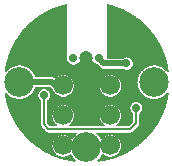
<source format=gbl>
%FSLAX33Y33*%
%MOMM*%
%ADD10C,0.0508*%
%ADD11C,0.5*%
%ADD12C,0.4*%
%ADD13C,0.2032*%
%ADD14C,0.7*%
%ADD15C,1.7*%
%ADD16C,1.2*%
%ADD17C,2.5*%
%ADD18C,2.5*%
%ADD19C,2.5*%
D10*
%LNpour fill*%
G01*
X1222Y-6336D02*
X1222Y-6336D01*
X1464Y-6292*
X1704Y-6241*
X1942Y-6181*
X2178Y-6114*
X2409Y-6040*
X2823Y-5882*
X3224Y-5698*
X3612Y-5488*
X3985Y-5253*
X4343Y-4994*
X4682Y-4712*
X5003Y-4408*
X5302Y-4084*
X5580Y-3742*
X5835Y-3381*
X6066Y-3005*
X6271Y-2614*
X6450Y-2211*
X6603Y-1797*
X6728Y-1373*
X6825Y-0943*
X6870Y-0653*
X6838Y-0637*
X6622Y-0853*
X6619Y-0855*
X6342Y-1030*
X6339Y-1031*
X6030Y-1139*
X6027Y-1140*
X5701Y-1176*
X5699Y-1176*
X5373Y-1140*
X5370Y-1139*
X5061Y-1031*
X5058Y-1030*
X4781Y-0855*
X4778Y-0853*
X4547Y-0622*
X4545Y-0619*
X4370Y-0342*
X4369Y-0339*
X4261Y-0030*
X4260Y-0027*
X4224Y0299*
X4224Y0301*
X4260Y0627*
X4261Y0630*
X4369Y0939*
X4370Y0942*
X4545Y1219*
X4547Y1222*
X4778Y1453*
X4781Y1455*
X5058Y1630*
X5061Y1631*
X5370Y1739*
X5373Y1740*
X5699Y1776*
X5701Y1776*
X6027Y1740*
X6030Y1739*
X6339Y1631*
X6342Y1630*
X6619Y1455*
X6622Y1453*
X6848Y1227*
X6880Y1243*
X6803Y1689*
X6699Y2117*
X6567Y2539*
X6407Y2950*
X6222Y3350*
X6010Y3738*
X5773Y4110*
X5512Y4466*
X5229Y4804*
X4924Y5123*
X4598Y5422*
X4254Y5698*
X3892Y5951*
X3515Y6180*
X3123Y6383*
X2719Y6561*
X2304Y6711*
X1881Y6834*
X1776Y6857*
X1776Y2351*
X3076Y2351*
X3194Y2413*
X3197Y2414*
X3329Y2447*
X3332Y2447*
X3468Y2447*
X3471Y2447*
X3603Y2414*
X3606Y2413*
X3726Y2350*
X3729Y2348*
X3830Y2258*
X3832Y2256*
X3910Y2144*
X3911Y2142*
X3959Y2014*
X3960Y2011*
X3976Y1877*
X3976Y1873*
X3960Y1739*
X3959Y1736*
X3911Y1608*
X3910Y1606*
X3832Y1494*
X3830Y1492*
X3729Y1402*
X3726Y1400*
X3606Y1337*
X3603Y1336*
X3471Y1303*
X3468Y1303*
X3332Y1303*
X3329Y1303*
X3197Y1336*
X3194Y1337*
X3076Y1399*
X1424Y1399*
X1423Y1399*
X1394Y1402*
X1363Y1403*
X1361Y1403*
X1347Y1406*
X1333Y1408*
X1331Y1408*
X1302Y1417*
X1272Y1424*
X1270Y1425*
X1257Y1430*
X1244Y1434*
X1242Y1435*
X1215Y1450*
X1187Y1462*
X1185Y1463*
X1174Y1472*
X1161Y1478*
X1159Y1480*
X1136Y1499*
X1111Y1517*
X1109Y1518*
X1100Y1528*
X1089Y1537*
X1087Y1539*
X1068Y1562*
X1048Y1584*
X1047Y1585*
X0916Y1756*
X0897Y1761*
X0894Y1762*
X0774Y1825*
X0771Y1827*
X0709Y1882*
X0620Y1753*
X0618Y1751*
X0471Y1621*
X0468Y1619*
X0294Y1528*
X0292Y1527*
X0094Y1478*
X0075Y1493*
X0075Y1729*
X-0075Y1729*
X-0075Y1493*
X-0094Y1478*
X-0292Y1527*
X-0294Y1528*
X-0468Y1619*
X-0471Y1621*
X-0618Y1751*
X-0620Y1753*
X-0709Y1882*
X-0771Y1827*
X-0774Y1825*
X-0894Y1762*
X-0897Y1761*
X-1029Y1728*
X-1032Y1728*
X-1168Y1728*
X-1171Y1728*
X-1303Y1761*
X-1306Y1762*
X-1426Y1825*
X-1429Y1827*
X-1530Y1917*
X-1532Y1919*
X-1610Y2031*
X-1611Y2033*
X-1617Y2049*
X-1671Y2083*
X-1673Y2085*
X-1715Y2127*
X-1717Y2129*
X-1748Y2179*
X-1750Y2181*
X-1769Y2237*
X-1770Y2240*
X-1776Y2298*
X-1776Y2299*
X-1776Y6857*
X-1881Y6834*
X-2304Y6711*
X-2719Y6561*
X-3123Y6383*
X-3515Y6180*
X-3892Y5951*
X-4254Y5698*
X-4598Y5422*
X-4924Y5123*
X-5229Y4804*
X-5512Y4466*
X-5773Y4110*
X-6010Y3738*
X-6222Y3350*
X-6407Y2950*
X-6567Y2539*
X-6699Y2117*
X-6803Y1689*
X-6880Y1243*
X-6848Y1227*
X-6622Y1453*
X-6619Y1455*
X-6342Y1630*
X-6339Y1631*
X-6030Y1739*
X-6027Y1740*
X-5701Y1776*
X-5699Y1776*
X-5373Y1740*
X-5370Y1739*
X-5061Y1631*
X-5058Y1630*
X-4781Y1455*
X-4778Y1453*
X-4547Y1222*
X-4545Y1219*
X-4370Y0942*
X-4369Y0939*
X-4312Y0776*
X-2899Y0776*
X-2898Y0776*
X-2808Y0767*
X-2806Y0767*
X-2719Y0741*
X-2717Y0740*
X-2661Y0710*
X-2556Y0803*
X-2553Y0804*
X-2348Y0912*
X-2345Y0913*
X-2119Y0969*
X-2116Y0969*
X-1884Y0969*
X-1881Y0969*
X-1655Y0913*
X-1652Y0912*
X-1447Y0804*
X-1444Y0803*
X-1270Y0649*
X-1268Y0646*
X-1136Y0455*
X-1135Y0452*
X-1052Y0235*
X-1052Y0232*
X-1024Y0002*
X-1024Y-0002*
X-1052Y-0232*
X-1052Y-0235*
X-1135Y-0452*
X-1136Y-0455*
X-1268Y-0646*
X-1270Y-0649*
X-1444Y-0803*
X-1447Y-0804*
X-1652Y-0912*
X-1655Y-0913*
X-1881Y-0969*
X-1884Y-0969*
X-2116Y-0969*
X-2119Y-0969*
X-2345Y-0913*
X-2348Y-0912*
X-2553Y-0804*
X-2556Y-0803*
X-2730Y-0649*
X-2732Y-0646*
X-2864Y-0455*
X-2865Y-0452*
X-2896Y-0370*
X-2936Y-0338*
X-2936Y-0337*
X-3097Y-0176*
X-4312Y-0176*
X-4369Y-0339*
X-4370Y-0342*
X-4545Y-0619*
X-4547Y-0622*
X-4778Y-0853*
X-4781Y-0855*
X-5058Y-1030*
X-5061Y-1031*
X-5370Y-1139*
X-5373Y-1140*
X-5699Y-1176*
X-5701Y-1176*
X-6027Y-1140*
X-6030Y-1139*
X-6339Y-1031*
X-6342Y-1030*
X-6619Y-0855*
X-6622Y-0853*
X-6838Y-0637*
X-6870Y-0653*
X-6825Y-0943*
X-6728Y-1373*
X-6603Y-1797*
X-6450Y-2211*
X-6271Y-2614*
X-6066Y-3005*
X-5835Y-3381*
X-5580Y-3742*
X-5302Y-4084*
X-5003Y-4408*
X-4682Y-4712*
X-4343Y-4994*
X-3985Y-5253*
X-3612Y-5488*
X-3224Y-5698*
X-2823Y-5882*
X-2409Y-6040*
X-2178Y-6114*
X-1942Y-6181*
X-1704Y-6241*
X-1464Y-6292*
X-1222Y-6336*
X-0993Y-6370*
X-0977Y-6339*
X-1153Y-6162*
X-1155Y-6159*
X-1330Y-5882*
X-1331Y-5879*
X-1357Y-5805*
X-1444Y-5883*
X-1447Y-5884*
X-1652Y-5992*
X-1655Y-5993*
X-1881Y-6049*
X-1884Y-6049*
X-2116Y-6049*
X-2119Y-6049*
X-2345Y-5993*
X-2348Y-5992*
X-2553Y-5884*
X-2556Y-5883*
X-2730Y-5729*
X-2732Y-5726*
X-2864Y-5535*
X-2865Y-5532*
X-2948Y-5315*
X-2948Y-5312*
X-2976Y-5082*
X-2976Y-5078*
X-2948Y-4848*
X-2948Y-4845*
X-2865Y-4628*
X-2864Y-4625*
X-2732Y-4434*
X-2730Y-4431*
X-2556Y-4277*
X-2553Y-4276*
X-2348Y-4168*
X-2345Y-4167*
X-2119Y-4111*
X-2116Y-4111*
X-1884Y-4111*
X-1881Y-4111*
X-1655Y-4167*
X-1652Y-4168*
X-1447Y-4276*
X-1444Y-4277*
X-1270Y-4431*
X-1268Y-4434*
X-1246Y-4465*
X-1155Y-4321*
X-1153Y-4318*
X-0922Y-4087*
X-0919Y-4085*
X-0886Y-4064*
X-0896Y-4028*
X-3201Y-4028*
X-3202Y-4028*
X-3263Y-4022*
X-3265Y-4021*
X-3324Y-4004*
X-3327Y-4003*
X-3381Y-3973*
X-3383Y-3972*
X-3431Y-3933*
X-3431Y-3932*
X-3832Y-3531*
X-3833Y-3531*
X-3872Y-3483*
X-3873Y-3481*
X-3903Y-3427*
X-3904Y-3424*
X-3921Y-3365*
X-3922Y-3363*
X-3928Y-3302*
X-3928Y-3301*
X-3928Y-1274*
X-4030Y-1183*
X-4032Y-1181*
X-4110Y-1069*
X-4111Y-1067*
X-4159Y-0939*
X-4160Y-0936*
X-4176Y-0802*
X-4176Y-0798*
X-4160Y-0664*
X-4159Y-0661*
X-4111Y-0533*
X-4110Y-0531*
X-4032Y-0419*
X-4030Y-0417*
X-3929Y-0327*
X-3926Y-0325*
X-3806Y-0262*
X-3803Y-0261*
X-3671Y-0228*
X-3668Y-0228*
X-3532Y-0228*
X-3529Y-0228*
X-3397Y-0261*
X-3394Y-0262*
X-3274Y-0325*
X-3271Y-0327*
X-3170Y-0417*
X-3168Y-0419*
X-3090Y-0531*
X-3089Y-0533*
X-3041Y-0661*
X-3040Y-0664*
X-3024Y-0798*
X-3024Y-0802*
X-3040Y-0936*
X-3041Y-0939*
X-3089Y-1067*
X-3090Y-1069*
X-3168Y-1181*
X-3170Y-1183*
X-3272Y-1274*
X-3272Y-3164*
X-3064Y-3372*
X-2571Y-3372*
X-2559Y-3340*
X-2730Y-3189*
X-2732Y-3186*
X-2864Y-2995*
X-2865Y-2992*
X-2948Y-2775*
X-2948Y-2772*
X-2976Y-2542*
X-2976Y-2538*
X-2948Y-2308*
X-2948Y-2305*
X-2865Y-2088*
X-2864Y-2085*
X-2732Y-1894*
X-2730Y-1891*
X-2556Y-1737*
X-2553Y-1736*
X-2348Y-1628*
X-2345Y-1627*
X-2119Y-1571*
X-2116Y-1571*
X-1884Y-1571*
X-1881Y-1571*
X-1655Y-1627*
X-1652Y-1628*
X-1447Y-1736*
X-1444Y-1737*
X-1270Y-1891*
X-1268Y-1894*
X-1136Y-2085*
X-1135Y-2088*
X-1052Y-2305*
X-1052Y-2308*
X-1024Y-2538*
X-1024Y-2542*
X-1052Y-2772*
X-1052Y-2775*
X-1135Y-2992*
X-1136Y-2995*
X-1268Y-3186*
X-1270Y-3189*
X-1441Y-3340*
X-1429Y-3372*
X1429Y-3372*
X1441Y-3340*
X1270Y-3189*
X1268Y-3186*
X1136Y-2995*
X1135Y-2992*
X1052Y-2775*
X1052Y-2772*
X1024Y-2542*
X1024Y-2538*
X1052Y-2308*
X1052Y-2305*
X1135Y-2088*
X1136Y-2085*
X1268Y-1894*
X1270Y-1891*
X1444Y-1737*
X1447Y-1736*
X1652Y-1628*
X1655Y-1627*
X1881Y-1571*
X1884Y-1571*
X2116Y-1571*
X2119Y-1571*
X2345Y-1627*
X2348Y-1628*
X2553Y-1736*
X2556Y-1737*
X2730Y-1891*
X2732Y-1894*
X2864Y-2085*
X2865Y-2088*
X2948Y-2305*
X2948Y-2308*
X2976Y-2538*
X2976Y-2542*
X2948Y-2772*
X2948Y-2775*
X2865Y-2992*
X2864Y-2995*
X2732Y-3186*
X2730Y-3189*
X2559Y-3340*
X2571Y-3372*
X3564Y-3372*
X3872Y-3064*
X3872Y-2374*
X3770Y-2283*
X3768Y-2281*
X3690Y-2169*
X3689Y-2167*
X3641Y-2039*
X3640Y-2036*
X3624Y-1902*
X3624Y-1898*
X3640Y-1764*
X3641Y-1761*
X3689Y-1633*
X3690Y-1631*
X3768Y-1519*
X3770Y-1517*
X3871Y-1427*
X3874Y-1425*
X3994Y-1362*
X3997Y-1361*
X4129Y-1328*
X4132Y-1328*
X4268Y-1328*
X4271Y-1328*
X4403Y-1361*
X4406Y-1362*
X4526Y-1425*
X4529Y-1427*
X4630Y-1517*
X4632Y-1519*
X4710Y-1631*
X4711Y-1633*
X4759Y-1761*
X4760Y-1764*
X4776Y-1898*
X4776Y-1902*
X4760Y-2036*
X4759Y-2039*
X4711Y-2167*
X4710Y-2169*
X4632Y-2281*
X4630Y-2283*
X4528Y-2374*
X4528Y-3201*
X4528Y-3202*
X4522Y-3263*
X4521Y-3265*
X4504Y-3324*
X4503Y-3327*
X4473Y-3381*
X4472Y-3383*
X4433Y-3431*
X4432Y-3431*
X3931Y-3932*
X3931Y-3933*
X3883Y-3972*
X3881Y-3973*
X3827Y-4003*
X3824Y-4004*
X3765Y-4021*
X3763Y-4022*
X3702Y-4028*
X3701Y-4028*
X0896Y-4028*
X0886Y-4064*
X0919Y-4085*
X0922Y-4087*
X1153Y-4318*
X1155Y-4321*
X1246Y-4465*
X1268Y-4434*
X1270Y-4431*
X1444Y-4277*
X1447Y-4276*
X1652Y-4168*
X1655Y-4167*
X1881Y-4111*
X1884Y-4111*
X2116Y-4111*
X2119Y-4111*
X2345Y-4167*
X2348Y-4168*
X2553Y-4276*
X2556Y-4277*
X2730Y-4431*
X2732Y-4434*
X2864Y-4625*
X2865Y-4628*
X2948Y-4845*
X2948Y-4848*
X2976Y-5078*
X2976Y-5082*
X2948Y-5312*
X2948Y-5315*
X2865Y-5532*
X2864Y-5535*
X2732Y-5726*
X2730Y-5729*
X2556Y-5883*
X2553Y-5884*
X2348Y-5992*
X2345Y-5993*
X2119Y-6049*
X2116Y-6049*
X1884Y-6049*
X1881Y-6049*
X1655Y-5993*
X1652Y-5992*
X1447Y-5884*
X1444Y-5883*
X1357Y-5805*
X1331Y-5879*
X1330Y-5882*
X1155Y-6159*
X1153Y-6162*
X0977Y-6339*
X0993Y-6370*
X1222Y-6336*
X2115Y-0944D02*
X1885Y-0944D01*
X1663Y-0889*
X1460Y-0783*
X1288Y-0631*
X1158Y-0442*
X1077Y-0228*
X1049Y0*
X1077Y0228*
X1158Y0442*
X1288Y0631*
X1460Y0783*
X1663Y0889*
X1885Y0944*
X2115Y0944*
X2337Y0889*
X2540Y0783*
X2712Y0631*
X2842Y0442*
X2923Y0228*
X2951Y0*
X2923Y-0228*
X2842Y-0442*
X2712Y-0631*
X2540Y-0783*
X2337Y-0889*
X2115Y-0944*
X-1297Y-6349D02*
X-0953Y-6349D01*
X0953Y-6349D02*
X1297Y-6349D01*
X-1554Y-6299D02*
X-0980Y-6299D01*
X0980Y-6299D02*
X1554Y-6299D01*
X-1773Y-6249D02*
X-1030Y-6249D01*
X1030Y-6249D02*
X1773Y-6249D01*
X-1969Y-6200D02*
X-1079Y-6200D01*
X1079Y-6200D02*
X1969Y-6200D01*
X-2143Y-6150D02*
X-1129Y-6150D01*
X1129Y-6150D02*
X2143Y-6150D01*
X-2302Y-6101D02*
X-1162Y-6101D01*
X1162Y-6101D02*
X2302Y-6101D01*
X-2450Y-6051D02*
X-1193Y-6051D01*
X1193Y-6051D02*
X2450Y-6051D01*
X-2580Y-6002D02*
X-2205Y-6002D01*
X-1795Y-6002D02*
X-1224Y-6002D01*
X1224Y-6002D02*
X1795Y-6002D01*
X2205Y-6002D02*
X2580Y-6002D01*
X-2710Y-5952D02*
X-2369Y-5952D01*
X-1631Y-5952D02*
X-1255Y-5952D01*
X1255Y-5952D02*
X1631Y-5952D01*
X2369Y-5952D02*
X2710Y-5952D01*
X-2838Y-5903D02*
X-2464Y-5903D01*
X-1536Y-5903D02*
X-1286Y-5903D01*
X1286Y-5903D02*
X1536Y-5903D01*
X2464Y-5903D02*
X2838Y-5903D01*
X-2946Y-5853D02*
X-2551Y-5853D01*
X-1449Y-5853D02*
X-1313Y-5853D01*
X1313Y-5853D02*
X1449Y-5853D01*
X2551Y-5853D02*
X2946Y-5853D01*
X-3054Y-5804D02*
X-2607Y-5804D01*
X-1393Y-5804D02*
X-1330Y-5804D01*
X1330Y-5804D02*
X1393Y-5804D01*
X2607Y-5804D02*
X3054Y-5804D01*
X-3162Y-5754D02*
X-2663Y-5754D01*
X2663Y-5754D02*
X3162Y-5754D01*
X-3265Y-5705D02*
X-2716Y-5705D01*
X2716Y-5705D02*
X3265Y-5705D01*
X-3356Y-5655D02*
X-2750Y-5655D01*
X2750Y-5655D02*
X3356Y-5655D01*
X-3448Y-5606D02*
X-2784Y-5606D01*
X2784Y-5606D02*
X3448Y-5606D01*
X-3539Y-5556D02*
X-2819Y-5556D01*
X2819Y-5556D02*
X3539Y-5556D01*
X-3630Y-5507D02*
X-2848Y-5507D01*
X2848Y-5507D02*
X3630Y-5507D01*
X-3709Y-5457D02*
X-2867Y-5457D01*
X2867Y-5457D02*
X3709Y-5457D01*
X-3787Y-5407D02*
X-2885Y-5407D01*
X2885Y-5407D02*
X3787Y-5407D01*
X-3866Y-5358D02*
X-2904Y-5358D01*
X2904Y-5358D02*
X3866Y-5358D01*
X-3945Y-5308D02*
X-2923Y-5308D01*
X2923Y-5308D02*
X3945Y-5308D01*
X-4020Y-5259D02*
X-2929Y-5259D01*
X2929Y-5259D02*
X4020Y-5259D01*
X-4089Y-5209D02*
X-2935Y-5209D01*
X2935Y-5209D02*
X4089Y-5209D01*
X-4157Y-5160D02*
X-2941Y-5160D01*
X2941Y-5160D02*
X4157Y-5160D01*
X-4225Y-5110D02*
X-2947Y-5110D01*
X2947Y-5110D02*
X4225Y-5110D01*
X-4294Y-5061D02*
X-2949Y-5061D01*
X2949Y-5061D02*
X4294Y-5061D01*
X-4362Y-5011D02*
X-2943Y-5011D01*
X2943Y-5011D02*
X4362Y-5011D01*
X-4421Y-4962D02*
X-2937Y-4962D01*
X2937Y-4962D02*
X4421Y-4962D01*
X-4481Y-4912D02*
X-2931Y-4912D01*
X2931Y-4912D02*
X4481Y-4912D01*
X-4541Y-4863D02*
X-2925Y-4863D01*
X2925Y-4863D02*
X4541Y-4863D01*
X-4600Y-4813D02*
X-2908Y-4813D01*
X2908Y-4813D02*
X4600Y-4813D01*
X-4660Y-4764D02*
X-2890Y-4764D01*
X2890Y-4764D02*
X4660Y-4764D01*
X-4717Y-4714D02*
X-2871Y-4714D01*
X2871Y-4714D02*
X4717Y-4714D01*
X-4769Y-4665D02*
X-2852Y-4665D01*
X2852Y-4665D02*
X4769Y-4665D01*
X-4822Y-4615D02*
X-2826Y-4615D01*
X2826Y-4615D02*
X4822Y-4615D01*
X-4874Y-4565D02*
X-2792Y-4565D01*
X2792Y-4565D02*
X4874Y-4565D01*
X-4926Y-4516D02*
X-2758Y-4516D01*
X2758Y-4516D02*
X4926Y-4516D01*
X-4978Y-4466D02*
X-2724Y-4466D01*
X-1276Y-4466D02*
X-1217Y-4466D01*
X1217Y-4466D02*
X1276Y-4466D01*
X2724Y-4466D02*
X4978Y-4466D01*
X-5029Y-4417D02*
X-2675Y-4417D01*
X-1325Y-4417D02*
X-1186Y-4417D01*
X1186Y-4417D02*
X1325Y-4417D01*
X2675Y-4417D02*
X5029Y-4417D01*
X-5075Y-4367D02*
X-2619Y-4367D01*
X-1381Y-4367D02*
X-1155Y-4367D01*
X1155Y-4367D02*
X1381Y-4367D01*
X2619Y-4367D02*
X5075Y-4367D01*
X-5121Y-4318D02*
X-2563Y-4318D01*
X-1437Y-4318D02*
X-1117Y-4318D01*
X1117Y-4318D02*
X1437Y-4318D01*
X2563Y-4318D02*
X5121Y-4318D01*
X-5167Y-4268D02*
X-2485Y-4268D01*
X-1515Y-4268D02*
X-1067Y-4268D01*
X1067Y-4268D02*
X1515Y-4268D01*
X2485Y-4268D02*
X5167Y-4268D01*
X-5213Y-4219D02*
X-2391Y-4219D01*
X-1609Y-4219D02*
X-1018Y-4219D01*
X1018Y-4219D02*
X1609Y-4219D01*
X2391Y-4219D02*
X5213Y-4219D01*
X-5259Y-4169D02*
X-2250Y-4169D01*
X-1750Y-4169D02*
X-0968Y-4169D01*
X0968Y-4169D02*
X1750Y-4169D01*
X2250Y-4169D02*
X5259Y-4169D01*
X-5304Y-4120D02*
X-0919Y-4120D01*
X0919Y-4120D02*
X5304Y-4120D01*
X-5347Y-4070D02*
X-0857Y-4070D01*
X0857Y-4070D02*
X5347Y-4070D01*
X-5387Y-4021D02*
X-0872Y-4021D01*
X0872Y-4021D02*
X5387Y-4021D01*
X-5427Y-3971D02*
X-3332Y-3971D01*
X3832Y-3971D02*
X5427Y-3971D01*
X-5467Y-3922D02*
X-3405Y-3922D01*
X3905Y-3922D02*
X5467Y-3922D01*
X-5507Y-3872D02*
X-3456Y-3872D01*
X3956Y-3872D02*
X5507Y-3872D01*
X-5547Y-3823D02*
X-3505Y-3823D01*
X4005Y-3823D02*
X5547Y-3823D01*
X-5587Y-3773D02*
X-3555Y-3773D01*
X4055Y-3773D02*
X5587Y-3773D01*
X-5624Y-3723D02*
X-3604Y-3723D01*
X4104Y-3723D02*
X5624Y-3723D01*
X-5659Y-3674D02*
X-3654Y-3674D01*
X4154Y-3674D02*
X5659Y-3674D01*
X-5694Y-3624D02*
X-3704Y-3624D01*
X4204Y-3624D02*
X5694Y-3624D01*
X-5729Y-3575D02*
X-3753Y-3575D01*
X4253Y-3575D02*
X5729Y-3575D01*
X-5764Y-3525D02*
X-3803Y-3525D01*
X4303Y-3525D02*
X5764Y-3525D01*
X-5799Y-3476D02*
X-3845Y-3476D01*
X4352Y-3476D02*
X5799Y-3476D01*
X-5834Y-3426D02*
X-3874Y-3426D01*
X4402Y-3426D02*
X5834Y-3426D01*
X-5868Y-3377D02*
X-3891Y-3377D01*
X-3095Y-3377D02*
X-2545Y-3377D01*
X-1455Y-3377D02*
X1455Y-3377D01*
X2545Y-3377D02*
X3595Y-3377D01*
X4445Y-3377D02*
X5868Y-3377D01*
X-5898Y-3327D02*
X-3900Y-3327D01*
X-3145Y-3327D02*
X-2535Y-3327D01*
X-1465Y-3327D02*
X1465Y-3327D01*
X2535Y-3327D02*
X3645Y-3327D01*
X4473Y-3327D02*
X5898Y-3327D01*
X-5928Y-3278D02*
X-3903Y-3278D01*
X-3194Y-3278D02*
X-2591Y-3278D01*
X-1409Y-3278D02*
X1409Y-3278D01*
X2591Y-3278D02*
X3694Y-3278D01*
X4491Y-3278D02*
X5928Y-3278D01*
X-5959Y-3228D02*
X-3903Y-3228D01*
X-3244Y-3228D02*
X-2647Y-3228D01*
X-1353Y-3228D02*
X1353Y-3228D01*
X2647Y-3228D02*
X3744Y-3228D01*
X4500Y-3228D02*
X5959Y-3228D01*
X-5989Y-3179D02*
X-3903Y-3179D01*
X-3293Y-3179D02*
X-2703Y-3179D01*
X-1297Y-3179D02*
X1297Y-3179D01*
X2703Y-3179D02*
X3793Y-3179D01*
X4503Y-3179D02*
X5989Y-3179D01*
X-6019Y-3129D02*
X-3903Y-3129D01*
X-3297Y-3129D02*
X-2740Y-3129D01*
X-1260Y-3129D02*
X1260Y-3129D01*
X2740Y-3129D02*
X3843Y-3129D01*
X4503Y-3129D02*
X6019Y-3129D01*
X-6050Y-3080D02*
X-3903Y-3080D01*
X-3297Y-3080D02*
X-2775Y-3080D01*
X-1225Y-3080D02*
X1225Y-3080D01*
X2775Y-3080D02*
X3892Y-3080D01*
X4503Y-3080D02*
X6050Y-3080D01*
X-6080Y-3030D02*
X-3903Y-3030D01*
X-3297Y-3030D02*
X-2809Y-3030D01*
X-1191Y-3030D02*
X1191Y-3030D01*
X2809Y-3030D02*
X3897Y-3030D01*
X4503Y-3030D02*
X6080Y-3030D01*
X-6107Y-2981D02*
X-3903Y-2981D01*
X-3297Y-2981D02*
X-2843Y-2981D01*
X-1157Y-2981D02*
X1157Y-2981D01*
X2843Y-2981D02*
X3897Y-2981D01*
X4503Y-2981D02*
X6107Y-2981D01*
X-6133Y-2931D02*
X-3903Y-2931D01*
X-3297Y-2931D02*
X-2861Y-2931D01*
X-1139Y-2931D02*
X1139Y-2931D01*
X2861Y-2931D02*
X3897Y-2931D01*
X4503Y-2931D02*
X6133Y-2931D01*
X-6159Y-2881D02*
X-3903Y-2881D01*
X-3297Y-2881D02*
X-2880Y-2881D01*
X-1120Y-2881D02*
X1120Y-2881D01*
X2880Y-2881D02*
X3897Y-2881D01*
X4503Y-2881D02*
X6159Y-2881D01*
X-6185Y-2832D02*
X-3903Y-2832D01*
X-3297Y-2832D02*
X-2899Y-2832D01*
X-1101Y-2832D02*
X1101Y-2832D01*
X2899Y-2832D02*
X3897Y-2832D01*
X4503Y-2832D02*
X6185Y-2832D01*
X-6211Y-2782D02*
X-3903Y-2782D01*
X-3297Y-2782D02*
X-2918Y-2782D01*
X-1082Y-2782D02*
X1082Y-2782D01*
X2918Y-2782D02*
X3897Y-2782D01*
X4503Y-2782D02*
X6211Y-2782D01*
X-6237Y-2733D02*
X-3903Y-2733D01*
X-3297Y-2733D02*
X-2928Y-2733D01*
X-1072Y-2733D02*
X1072Y-2733D01*
X2928Y-2733D02*
X3897Y-2733D01*
X4503Y-2733D02*
X6237Y-2733D01*
X-6263Y-2683D02*
X-3903Y-2683D01*
X-3297Y-2683D02*
X-2934Y-2683D01*
X-1066Y-2683D02*
X1066Y-2683D01*
X2934Y-2683D02*
X3897Y-2683D01*
X4503Y-2683D02*
X6263Y-2683D01*
X-6289Y-2634D02*
X-3903Y-2634D01*
X-3297Y-2634D02*
X-2940Y-2634D01*
X-1060Y-2634D02*
X1060Y-2634D01*
X2940Y-2634D02*
X3897Y-2634D01*
X4503Y-2634D02*
X6289Y-2634D01*
X-6312Y-2584D02*
X-3903Y-2584D01*
X-3297Y-2584D02*
X-2946Y-2584D01*
X-1054Y-2584D02*
X1054Y-2584D01*
X2946Y-2584D02*
X3897Y-2584D01*
X4503Y-2584D02*
X6312Y-2584D01*
X-6334Y-2535D02*
X-3903Y-2535D01*
X-3297Y-2535D02*
X-2950Y-2535D01*
X-1050Y-2535D02*
X1050Y-2535D01*
X2950Y-2535D02*
X3897Y-2535D01*
X4503Y-2535D02*
X6334Y-2535D01*
X-6356Y-2485D02*
X-3903Y-2485D01*
X-3297Y-2485D02*
X-2944Y-2485D01*
X-1056Y-2485D02*
X1056Y-2485D01*
X2944Y-2485D02*
X3897Y-2485D01*
X4503Y-2485D02*
X6356Y-2485D01*
X-6378Y-2436D02*
X-3903Y-2436D01*
X-3297Y-2436D02*
X-2938Y-2436D01*
X-1062Y-2436D02*
X1062Y-2436D01*
X2938Y-2436D02*
X3897Y-2436D01*
X4503Y-2436D02*
X6378Y-2436D01*
X-6400Y-2386D02*
X-3903Y-2386D01*
X-3297Y-2386D02*
X-2932Y-2386D01*
X-1068Y-2386D02*
X1068Y-2386D01*
X2932Y-2386D02*
X3897Y-2386D01*
X4503Y-2386D02*
X6400Y-2386D01*
X-6422Y-2337D02*
X-3903Y-2337D01*
X-3297Y-2337D02*
X-2926Y-2337D01*
X-1074Y-2337D02*
X1074Y-2337D01*
X2926Y-2337D02*
X3868Y-2337D01*
X4532Y-2337D02*
X6422Y-2337D01*
X-6444Y-2287D02*
X-3903Y-2287D01*
X-3297Y-2287D02*
X-2914Y-2287D01*
X-1086Y-2287D02*
X1086Y-2287D01*
X2914Y-2287D02*
X3812Y-2287D01*
X4588Y-2287D02*
X6444Y-2287D01*
X-6466Y-2238D02*
X-3903Y-2238D01*
X-3297Y-2238D02*
X-2895Y-2238D01*
X-1105Y-2238D02*
X1105Y-2238D01*
X2895Y-2238D02*
X3768Y-2238D01*
X4632Y-2238D02*
X6466Y-2238D01*
X-6486Y-2188D02*
X-3903Y-2188D01*
X-3297Y-2188D02*
X-2876Y-2188D01*
X-1124Y-2188D02*
X1124Y-2188D01*
X2876Y-2188D02*
X3734Y-2188D01*
X4666Y-2188D02*
X6486Y-2188D01*
X-6504Y-2139D02*
X-3903Y-2139D01*
X-3297Y-2139D02*
X-2857Y-2139D01*
X-1143Y-2139D02*
X1143Y-2139D01*
X2857Y-2139D02*
X3705Y-2139D01*
X4695Y-2139D02*
X6504Y-2139D01*
X-6522Y-2089D02*
X-3903Y-2089D01*
X-3297Y-2089D02*
X-2836Y-2089D01*
X-1164Y-2089D02*
X1164Y-2089D01*
X2836Y-2089D02*
X3687Y-2089D01*
X4713Y-2089D02*
X6522Y-2089D01*
X-6540Y-2039D02*
X-3903Y-2039D01*
X-3297Y-2039D02*
X-2802Y-2039D01*
X-1198Y-2039D02*
X1198Y-2039D01*
X2802Y-2039D02*
X3668Y-2039D01*
X4732Y-2039D02*
X6540Y-2039D01*
X-6559Y-1990D02*
X-3903Y-1990D01*
X-3297Y-1990D02*
X-2767Y-1990D01*
X-1233Y-1990D02*
X1233Y-1990D01*
X2767Y-1990D02*
X3660Y-1990D01*
X4740Y-1990D02*
X6559Y-1990D01*
X-6577Y-1940D02*
X-3903Y-1940D01*
X-3297Y-1940D02*
X-2733Y-1940D01*
X-1267Y-1940D02*
X1267Y-1940D01*
X2733Y-1940D02*
X3654Y-1940D01*
X4746Y-1940D02*
X6577Y-1940D01*
X-6595Y-1891D02*
X-3903Y-1891D01*
X-3297Y-1891D02*
X-2691Y-1891D01*
X-1309Y-1891D02*
X1309Y-1891D01*
X2691Y-1891D02*
X3650Y-1891D01*
X4750Y-1891D02*
X6595Y-1891D01*
X-6613Y-1841D02*
X-3903Y-1841D01*
X-3297Y-1841D02*
X-2635Y-1841D01*
X-1365Y-1841D02*
X1365Y-1841D01*
X2635Y-1841D02*
X3656Y-1841D01*
X4744Y-1841D02*
X6613Y-1841D01*
X-6631Y-1792D02*
X-3903Y-1792D01*
X-3297Y-1792D02*
X-2579Y-1792D01*
X-1421Y-1792D02*
X1421Y-1792D01*
X2579Y-1792D02*
X3662Y-1792D01*
X4738Y-1792D02*
X6631Y-1792D01*
X-6645Y-1742D02*
X-3903Y-1742D01*
X-3297Y-1742D02*
X-2512Y-1742D01*
X-1488Y-1742D02*
X1488Y-1742D01*
X2512Y-1742D02*
X3675Y-1742D01*
X4725Y-1742D02*
X6645Y-1742D01*
X-6660Y-1693D02*
X-3903Y-1693D01*
X-3297Y-1693D02*
X-2417Y-1693D01*
X-1583Y-1693D02*
X1583Y-1693D01*
X2417Y-1693D02*
X3694Y-1693D01*
X4706Y-1693D02*
X6660Y-1693D01*
X-6675Y-1643D02*
X-3903Y-1643D01*
X-3297Y-1643D02*
X-2306Y-1643D01*
X-1694Y-1643D02*
X1694Y-1643D01*
X2306Y-1643D02*
X3713Y-1643D01*
X4687Y-1643D02*
X6675Y-1643D01*
X-6689Y-1594D02*
X-3903Y-1594D01*
X-3297Y-1594D02*
X3747Y-1594D01*
X4653Y-1594D02*
X6689Y-1594D01*
X-6704Y-1544D02*
X-3903Y-1544D01*
X-3297Y-1544D02*
X3781Y-1544D01*
X4619Y-1544D02*
X6704Y-1544D01*
X-6718Y-1495D02*
X-3903Y-1495D01*
X-3297Y-1495D02*
X3833Y-1495D01*
X4567Y-1495D02*
X6718Y-1495D01*
X-6733Y-1445D02*
X-3903Y-1445D01*
X-3297Y-1445D02*
X3890Y-1445D01*
X4510Y-1445D02*
X6733Y-1445D01*
X-6748Y-1396D02*
X-3903Y-1396D01*
X-3297Y-1396D02*
X3984Y-1396D01*
X4416Y-1396D02*
X6748Y-1396D01*
X-6760Y-1346D02*
X-3903Y-1346D01*
X-3297Y-1346D02*
X6760Y-1346D01*
X-6771Y-1296D02*
X-3903Y-1296D01*
X-3297Y-1296D02*
X6771Y-1296D01*
X-6782Y-1247D02*
X-3920Y-1247D01*
X-3280Y-1247D02*
X6782Y-1247D01*
X-6793Y-1197D02*
X-3976Y-1197D01*
X-3224Y-1197D02*
X6793Y-1197D01*
X-6805Y-1148D02*
X-5727Y-1148D01*
X-5673Y-1148D02*
X-4024Y-1148D01*
X-3176Y-1148D02*
X5673Y-1148D01*
X5727Y-1148D02*
X6805Y-1148D01*
X-6816Y-1098D02*
X-6069Y-1098D01*
X-5331Y-1098D02*
X-4059Y-1098D01*
X-3141Y-1098D02*
X5331Y-1098D01*
X6069Y-1098D02*
X6816Y-1098D01*
X-6827Y-1049D02*
X-6211Y-1049D01*
X-5189Y-1049D02*
X-4091Y-1049D01*
X-3109Y-1049D02*
X5189Y-1049D01*
X6211Y-1049D02*
X6827Y-1049D01*
X-6838Y-0999D02*
X-6342Y-0999D01*
X-5058Y-0999D02*
X-4109Y-0999D01*
X-3091Y-0999D02*
X5058Y-0999D01*
X6342Y-0999D02*
X6838Y-0999D01*
X-6849Y-0950D02*
X-6421Y-0950D01*
X-4979Y-0950D02*
X-4128Y-0950D01*
X-3072Y-0950D02*
X4979Y-0950D01*
X6421Y-0950D02*
X6849Y-0950D01*
X-6857Y-0900D02*
X-6500Y-0900D01*
X-4900Y-0900D02*
X-4139Y-0900D01*
X-3061Y-0900D02*
X-2292Y-0900D01*
X-1708Y-0900D02*
X1629Y-0900D01*
X2371Y-0900D02*
X4900Y-0900D01*
X6500Y-0900D02*
X6857Y-0900D01*
X-6865Y-0851D02*
X-6579Y-0851D01*
X-4821Y-0851D02*
X-4145Y-0851D01*
X-3055Y-0851D02*
X-2411Y-0851D01*
X-1589Y-0851D02*
X1535Y-0851D01*
X2465Y-0851D02*
X4821Y-0851D01*
X6579Y-0851D02*
X6865Y-0851D01*
X-6873Y-0801D02*
X-6638Y-0801D01*
X-4762Y-0801D02*
X-4151Y-0801D01*
X-3049Y-0801D02*
X-2505Y-0801D01*
X-1495Y-0801D02*
X1442Y-0801D01*
X2558Y-0801D02*
X4762Y-0801D01*
X6638Y-0801D02*
X6873Y-0801D01*
X-6880Y-0752D02*
X-6687Y-0752D01*
X-4713Y-0752D02*
X-4145Y-0752D01*
X-3055Y-0752D02*
X-2575Y-0752D01*
X-1425Y-0752D02*
X1386Y-0752D01*
X2614Y-0752D02*
X4713Y-0752D01*
X6687Y-0752D02*
X6880Y-0752D01*
X-6888Y-0702D02*
X-6737Y-0702D01*
X-4663Y-0702D02*
X-4139Y-0702D01*
X-3061Y-0702D02*
X-2631Y-0702D01*
X-1369Y-0702D02*
X1331Y-0702D01*
X2669Y-0702D02*
X4663Y-0702D01*
X6737Y-0702D02*
X6888Y-0702D01*
X-6896Y-0653D02*
X-6787Y-0653D01*
X-4613Y-0653D02*
X-4129Y-0653D01*
X-3071Y-0653D02*
X-2687Y-0653D01*
X-1313Y-0653D02*
X1275Y-0653D01*
X2725Y-0653D02*
X4613Y-0653D01*
X6787Y-0653D02*
X6896Y-0653D01*
X-4565Y-0603D02*
X-4110Y-0603D01*
X-3090Y-0603D02*
X-2731Y-0603D01*
X-1269Y-0603D02*
X1238Y-0603D01*
X2762Y-0603D02*
X4565Y-0603D01*
X-4533Y-0554D02*
X-4092Y-0554D01*
X-3108Y-0554D02*
X-2765Y-0554D01*
X-1235Y-0554D02*
X1204Y-0554D01*
X2796Y-0554D02*
X4533Y-0554D01*
X-4502Y-0504D02*
X-4060Y-0504D01*
X-3140Y-0504D02*
X-2799Y-0504D01*
X-1201Y-0504D02*
X1170Y-0504D01*
X2830Y-0504D02*
X4502Y-0504D01*
X-4471Y-0454D02*
X-4026Y-0454D01*
X-3174Y-0454D02*
X-2833Y-0454D01*
X-1167Y-0454D02*
X1136Y-0454D01*
X2864Y-0454D02*
X4471Y-0454D01*
X-4440Y-0405D02*
X-3979Y-0405D01*
X-3221Y-0405D02*
X-2856Y-0405D01*
X-1144Y-0405D02*
X1117Y-0405D01*
X2883Y-0405D02*
X4440Y-0405D01*
X-4409Y-0355D02*
X-3923Y-0355D01*
X-3277Y-0355D02*
X-2875Y-0355D01*
X-1125Y-0355D02*
X1098Y-0355D01*
X2902Y-0355D02*
X4409Y-0355D01*
X-4384Y-0306D02*
X-3836Y-0306D01*
X-3364Y-0306D02*
X-2932Y-0306D01*
X-1106Y-0306D02*
X1079Y-0306D01*
X2921Y-0306D02*
X4384Y-0306D01*
X-4367Y-0256D02*
X-3680Y-0256D01*
X-3520Y-0256D02*
X-2981Y-0256D01*
X-1088Y-0256D02*
X1060Y-0256D01*
X2940Y-0256D02*
X4367Y-0256D01*
X-4350Y-0207D02*
X-3031Y-0207D01*
X-1074Y-0207D02*
X1049Y-0207D01*
X2951Y-0207D02*
X4350Y-0207D01*
X-4332Y-0157D02*
X-3081Y-0157D01*
X-1068Y-0157D02*
X1043Y-0157D01*
X2957Y-0157D02*
X4332Y-0157D01*
X-1062Y-0108D02*
X1036Y-0108D01*
X2963Y-0108D02*
X4315Y-0108D01*
X-1056Y-0058D02*
X1030Y-0058D01*
X2970Y-0058D02*
X4298Y-0058D01*
X-1050Y-0009D02*
X1024Y-0009D01*
X2976Y-0009D02*
X4284Y-0009D01*
X-1054Y0041D02*
X1028Y0041D01*
X2972Y0041D02*
X4278Y0041D01*
X-1060Y0090D02*
X1034Y0090D01*
X2966Y0090D02*
X4273Y0090D01*
X-1066Y0140D02*
X1040Y0140D01*
X2960Y0140D02*
X4267Y0140D01*
X-1072Y0189D02*
X1046Y0189D01*
X2954Y0189D02*
X4261Y0189D01*
X-1081Y0239D02*
X1054Y0239D01*
X2946Y0239D02*
X4256Y0239D01*
X-1100Y0288D02*
X1073Y0288D01*
X2927Y0288D02*
X4250Y0288D01*
X-1119Y0338D02*
X1091Y0338D01*
X2909Y0338D02*
X4253Y0338D01*
X-1137Y0388D02*
X1110Y0388D01*
X2890Y0388D02*
X4259Y0388D01*
X-1156Y0437D02*
X1129Y0437D01*
X2871Y0437D02*
X4264Y0437D01*
X-1189Y0487D02*
X1158Y0487D01*
X2842Y0487D02*
X4270Y0487D01*
X-1223Y0536D02*
X1192Y0536D01*
X2808Y0536D02*
X4276Y0536D01*
X-1257Y0586D02*
X1226Y0586D01*
X2774Y0586D02*
X4281Y0586D01*
X-1293Y0635D02*
X1260Y0635D01*
X2740Y0635D02*
X4290Y0635D01*
X-2668Y0685D02*
X-2651Y0685D01*
X-1349Y0685D02*
X1311Y0685D01*
X2689Y0685D02*
X4307Y0685D01*
X-2785Y0734D02*
X-2595Y0734D01*
X-1405Y0734D02*
X1367Y0734D01*
X2633Y0734D02*
X4324Y0734D01*
X-4342Y0784D02*
X-2538Y0784D01*
X-1462Y0784D02*
X1423Y0784D01*
X2577Y0784D02*
X4342Y0784D01*
X-4359Y0833D02*
X-2444Y0833D01*
X-1556Y0833D02*
X1502Y0833D01*
X2498Y0833D02*
X4359Y0833D01*
X-4376Y0883D02*
X-2349Y0883D01*
X-1651Y0883D02*
X1596Y0883D01*
X2404Y0883D02*
X4376Y0883D01*
X-4394Y0932D02*
X-2162Y0932D01*
X-1838Y0932D02*
X1732Y0932D01*
X2268Y0932D02*
X4394Y0932D01*
X-4426Y0982D02*
X4426Y0982D01*
X-4457Y1031D02*
X4457Y1031D01*
X-4488Y1081D02*
X4488Y1081D01*
X-4519Y1130D02*
X4519Y1130D01*
X-4550Y1180D02*
X4550Y1180D01*
X-6909Y1230D02*
X-6810Y1230D01*
X-4590Y1230D02*
X4590Y1230D01*
X6810Y1230D02*
X6909Y1230D01*
X-6900Y1279D02*
X-6760Y1279D01*
X-4640Y1279D02*
X4640Y1279D01*
X6760Y1279D02*
X6900Y1279D01*
X-6891Y1329D02*
X-6711Y1329D01*
X-4689Y1329D02*
X3331Y1329D01*
X3469Y1329D02*
X4689Y1329D01*
X6711Y1329D02*
X6891Y1329D01*
X-6883Y1378D02*
X-6661Y1378D01*
X-4739Y1378D02*
X3170Y1378D01*
X3630Y1378D02*
X4739Y1378D01*
X6661Y1378D02*
X6883Y1378D01*
X-6874Y1428D02*
X-6611Y1428D01*
X-4789Y1428D02*
X1374Y1428D01*
X3720Y1428D02*
X4789Y1428D01*
X6611Y1428D02*
X6874Y1428D01*
X-6865Y1477D02*
X-6537Y1477D01*
X-4863Y1477D02*
X1216Y1477D01*
X3776Y1477D02*
X4863Y1477D01*
X6537Y1477D02*
X6865Y1477D01*
X-6857Y1527D02*
X-6458Y1527D01*
X-4942Y1527D02*
X-0185Y1527D01*
X-0100Y1527D02*
X0100Y1527D01*
X0185Y1527D02*
X1141Y1527D01*
X3824Y1527D02*
X4942Y1527D01*
X6458Y1527D02*
X6857Y1527D01*
X-6848Y1576D02*
X-6379Y1576D01*
X-5021Y1576D02*
X-0332Y1576D01*
X-0100Y1576D02*
X0100Y1576D01*
X0332Y1576D02*
X1090Y1576D01*
X3858Y1576D02*
X5021Y1576D01*
X6379Y1576D02*
X6848Y1576D01*
X-6840Y1626D02*
X-6277Y1626D01*
X-5123Y1626D02*
X-0426Y1626D01*
X-0100Y1626D02*
X0100Y1626D01*
X0426Y1626D02*
X1048Y1626D01*
X3890Y1626D02*
X5123Y1626D01*
X6277Y1626D02*
X6840Y1626D01*
X-6831Y1675D02*
X-6135Y1675D01*
X-5265Y1675D02*
X-0494Y1675D01*
X-0100Y1675D02*
X0100Y1675D01*
X0494Y1675D02*
X1010Y1675D01*
X3909Y1675D02*
X5265Y1675D01*
X6135Y1675D02*
X6831Y1675D01*
X-6820Y1725D02*
X-5932Y1725D01*
X-5468Y1725D02*
X-0550Y1725D01*
X-0100Y1725D02*
X0100Y1725D01*
X0550Y1725D02*
X0972Y1725D01*
X3928Y1725D02*
X5468Y1725D01*
X5932Y1725D02*
X6820Y1725D01*
X-6808Y1774D02*
X-1253Y1774D01*
X-0947Y1774D02*
X-0603Y1774D01*
X0603Y1774D02*
X0934Y1774D01*
X3939Y1774D02*
X6808Y1774D01*
X-6796Y1824D02*
X-1370Y1824D01*
X-0830Y1824D02*
X-0638Y1824D01*
X0638Y1824D02*
X0830Y1824D01*
X3945Y1824D02*
X6796Y1824D01*
X-6784Y1873D02*
X-1443Y1873D01*
X-0757Y1873D02*
X-0672Y1873D01*
X0672Y1873D02*
X0757Y1873D01*
X3951Y1873D02*
X6784Y1873D01*
X-6772Y1923D02*
X-1499Y1923D01*
X3945Y1923D02*
X6772Y1923D01*
X-6760Y1972D02*
X-1539Y1972D01*
X3939Y1972D02*
X6760Y1972D01*
X-6748Y2022D02*
X-1573Y2022D01*
X3929Y2022D02*
X6748Y2022D01*
X-6736Y2072D02*
X-1605Y2072D01*
X3910Y2072D02*
X6736Y2072D01*
X-6724Y2121D02*
X-1674Y2121D01*
X3892Y2121D02*
X6724Y2121D01*
X-6709Y2171D02*
X-1713Y2171D01*
X3861Y2171D02*
X6709Y2171D01*
X-6693Y2220D02*
X-1736Y2220D01*
X3826Y2220D02*
X6693Y2220D01*
X-6678Y2270D02*
X-1748Y2270D01*
X3779Y2270D02*
X6678Y2270D01*
X-6662Y2319D02*
X-1751Y2319D01*
X3723Y2319D02*
X6662Y2319D01*
X-6647Y2369D02*
X-1751Y2369D01*
X1751Y2369D02*
X3164Y2369D01*
X3636Y2369D02*
X6647Y2369D01*
X-6631Y2418D02*
X-1751Y2418D01*
X1751Y2418D02*
X3318Y2418D01*
X3482Y2418D02*
X6631Y2418D01*
X-6616Y2468D02*
X-1751Y2468D01*
X1751Y2468D02*
X6616Y2468D01*
X-6600Y2517D02*
X-1751Y2517D01*
X1751Y2517D02*
X6600Y2517D01*
X-6583Y2567D02*
X-1751Y2567D01*
X1751Y2567D02*
X6583Y2567D01*
X-6564Y2616D02*
X-1751Y2616D01*
X1751Y2616D02*
X6564Y2616D01*
X-6545Y2666D02*
X-1751Y2666D01*
X1751Y2666D02*
X6545Y2666D01*
X-6526Y2715D02*
X-1751Y2715D01*
X1751Y2715D02*
X6526Y2715D01*
X-6506Y2765D02*
X-1751Y2765D01*
X1751Y2765D02*
X6506Y2765D01*
X-6487Y2814D02*
X-1751Y2814D01*
X1751Y2814D02*
X6487Y2814D01*
X-6468Y2864D02*
X-1751Y2864D01*
X1751Y2864D02*
X6468Y2864D01*
X-6449Y2914D02*
X-1751Y2914D01*
X1751Y2914D02*
X6449Y2914D01*
X-6429Y2963D02*
X-1751Y2963D01*
X1751Y2963D02*
X6429Y2963D01*
X-6406Y3013D02*
X-1751Y3013D01*
X1751Y3013D02*
X6406Y3013D01*
X-6383Y3062D02*
X-1751Y3062D01*
X1751Y3062D02*
X6383Y3062D01*
X-6360Y3112D02*
X-1751Y3112D01*
X1751Y3112D02*
X6360Y3112D01*
X-6337Y3161D02*
X-1751Y3161D01*
X1751Y3161D02*
X6337Y3161D01*
X-6314Y3211D02*
X-1751Y3211D01*
X1751Y3211D02*
X6314Y3211D01*
X-6291Y3260D02*
X-1751Y3260D01*
X1751Y3260D02*
X6291Y3260D01*
X-6268Y3310D02*
X-1751Y3310D01*
X1751Y3310D02*
X6268Y3310D01*
X-6245Y3359D02*
X-1751Y3359D01*
X1751Y3359D02*
X6245Y3359D01*
X-6218Y3409D02*
X-1751Y3409D01*
X1751Y3409D02*
X6218Y3409D01*
X-6191Y3458D02*
X-1751Y3458D01*
X1751Y3458D02*
X6191Y3458D01*
X-6164Y3508D02*
X-1751Y3508D01*
X1751Y3508D02*
X6164Y3508D01*
X-6137Y3557D02*
X-1751Y3557D01*
X1751Y3557D02*
X6137Y3557D01*
X-6110Y3607D02*
X-1751Y3607D01*
X1751Y3607D02*
X6110Y3607D01*
X-6083Y3657D02*
X-1751Y3657D01*
X1751Y3657D02*
X6083Y3657D01*
X-6056Y3706D02*
X-1751Y3706D01*
X1751Y3706D02*
X6056Y3706D01*
X-6028Y3756D02*
X-1751Y3756D01*
X1751Y3756D02*
X6028Y3756D01*
X-5997Y3805D02*
X-1751Y3805D01*
X1751Y3805D02*
X5997Y3805D01*
X-5965Y3855D02*
X-1751Y3855D01*
X1751Y3855D02*
X5965Y3855D01*
X-5934Y3904D02*
X-1751Y3904D01*
X1751Y3904D02*
X5934Y3904D01*
X-5902Y3954D02*
X-1751Y3954D01*
X1751Y3954D02*
X5902Y3954D01*
X-5871Y4003D02*
X-1751Y4003D01*
X1751Y4003D02*
X5871Y4003D01*
X-5839Y4053D02*
X-1751Y4053D01*
X1751Y4053D02*
X5839Y4053D01*
X-5808Y4102D02*
X-1751Y4102D01*
X1751Y4102D02*
X5808Y4102D01*
X-5774Y4152D02*
X-1751Y4152D01*
X1751Y4152D02*
X5774Y4152D01*
X-5738Y4201D02*
X-1751Y4201D01*
X1751Y4201D02*
X5738Y4201D01*
X-5701Y4251D02*
X-1751Y4251D01*
X1751Y4251D02*
X5701Y4251D01*
X-5665Y4300D02*
X-1751Y4300D01*
X1751Y4300D02*
X5665Y4300D01*
X-5629Y4350D02*
X-1751Y4350D01*
X1751Y4350D02*
X5629Y4350D01*
X-5593Y4399D02*
X-1751Y4399D01*
X1751Y4399D02*
X5593Y4399D01*
X-5556Y4449D02*
X-1751Y4449D01*
X1751Y4449D02*
X5556Y4449D01*
X-5518Y4499D02*
X-1751Y4499D01*
X1751Y4499D02*
X5518Y4499D01*
X-5477Y4548D02*
X-1751Y4548D01*
X1751Y4548D02*
X5477Y4548D01*
X-5435Y4598D02*
X-1751Y4598D01*
X1751Y4598D02*
X5435Y4598D01*
X-5394Y4647D02*
X-1751Y4647D01*
X1751Y4647D02*
X5394Y4647D01*
X-5352Y4697D02*
X-1751Y4697D01*
X1751Y4697D02*
X5352Y4697D01*
X-5311Y4746D02*
X-1751Y4746D01*
X1751Y4746D02*
X5311Y4746D01*
X-5269Y4796D02*
X-1751Y4796D01*
X1751Y4796D02*
X5269Y4796D01*
X-5225Y4845D02*
X-1751Y4845D01*
X1751Y4845D02*
X5225Y4845D01*
X-5177Y4895D02*
X-1751Y4895D01*
X1751Y4895D02*
X5177Y4895D01*
X-5130Y4944D02*
X-1751Y4944D01*
X1751Y4944D02*
X5130Y4944D01*
X-5083Y4994D02*
X-1751Y4994D01*
X1751Y4994D02*
X5083Y4994D01*
X-5035Y5043D02*
X-1751Y5043D01*
X1751Y5043D02*
X5035Y5043D01*
X-4988Y5093D02*
X-1751Y5093D01*
X1751Y5093D02*
X4988Y5093D01*
X-4940Y5142D02*
X-1751Y5142D01*
X1751Y5142D02*
X4940Y5142D01*
X-4886Y5192D02*
X-1751Y5192D01*
X1751Y5192D02*
X4886Y5192D01*
X-4832Y5241D02*
X-1751Y5241D01*
X1751Y5241D02*
X4832Y5241D01*
X-4778Y5291D02*
X-1751Y5291D01*
X1751Y5291D02*
X4778Y5291D01*
X-4724Y5341D02*
X-1751Y5341D01*
X1751Y5341D02*
X4724Y5341D01*
X-4670Y5390D02*
X-1751Y5390D01*
X1751Y5390D02*
X4670Y5390D01*
X-4616Y5440D02*
X-1751Y5440D01*
X1751Y5440D02*
X4616Y5440D01*
X-4555Y5489D02*
X-1751Y5489D01*
X1751Y5489D02*
X4555Y5489D01*
X-4493Y5539D02*
X-1751Y5539D01*
X1751Y5539D02*
X4493Y5539D01*
X-4431Y5588D02*
X-1751Y5588D01*
X1751Y5588D02*
X4431Y5588D01*
X-4370Y5638D02*
X-1751Y5638D01*
X1751Y5638D02*
X4370Y5638D01*
X-4308Y5687D02*
X-1751Y5687D01*
X1751Y5687D02*
X4308Y5687D01*
X-4243Y5737D02*
X-1751Y5737D01*
X1751Y5737D02*
X4243Y5737D01*
X-4172Y5786D02*
X-1751Y5786D01*
X1751Y5786D02*
X4172Y5786D01*
X-4101Y5836D02*
X-1751Y5836D01*
X1751Y5836D02*
X4101Y5836D01*
X-4030Y5885D02*
X-1751Y5885D01*
X1751Y5885D02*
X4030Y5885D01*
X-3960Y5935D02*
X-1751Y5935D01*
X1751Y5935D02*
X3960Y5935D01*
X-3886Y5984D02*
X-1751Y5984D01*
X1751Y5984D02*
X3886Y5984D01*
X-3804Y6034D02*
X-1751Y6034D01*
X1751Y6034D02*
X3804Y6034D01*
X-3723Y6083D02*
X-1751Y6083D01*
X1751Y6083D02*
X3723Y6083D01*
X-3641Y6133D02*
X-1751Y6133D01*
X1751Y6133D02*
X3641Y6133D01*
X-3559Y6183D02*
X-1751Y6183D01*
X1751Y6183D02*
X3559Y6183D01*
X-3469Y6232D02*
X-1751Y6232D01*
X1751Y6232D02*
X3469Y6232D01*
X-3374Y6282D02*
X-1751Y6282D01*
X1751Y6282D02*
X3374Y6282D01*
X-3279Y6331D02*
X-1751Y6331D01*
X1751Y6331D02*
X3279Y6331D01*
X-3184Y6381D02*
X-1751Y6381D01*
X1751Y6381D02*
X3184Y6381D01*
X-3080Y6430D02*
X-1751Y6430D01*
X1751Y6430D02*
X3080Y6430D01*
X-2967Y6480D02*
X-1751Y6480D01*
X1751Y6480D02*
X2967Y6480D01*
X-2854Y6529D02*
X-1751Y6529D01*
X1751Y6529D02*
X2854Y6529D01*
X-2741Y6579D02*
X-1751Y6579D01*
X1751Y6579D02*
X2741Y6579D01*
X-2607Y6628D02*
X-1751Y6628D01*
X1751Y6628D02*
X2607Y6628D01*
X-2471Y6678D02*
X-1751Y6678D01*
X1751Y6678D02*
X2471Y6678D01*
X-2334Y6727D02*
X-1751Y6727D01*
X1751Y6727D02*
X2334Y6727D01*
X-2169Y6777D02*
X-1751Y6777D01*
X1751Y6777D02*
X2169Y6777D01*
X-1999Y6826D02*
X-1751Y6826D01*
X1751Y6826D02*
X1999Y6826D01*
X-1809Y6876D02*
X-1751Y6876D01*
X1751Y6876D02*
X1809Y6876D01*
%LNbottom copper_traces*%
D11*
X-2900Y0300D02*
X-2600Y0D01*
D12*
X-0725Y1575D02*
X0Y2300D01*
D13*
X-3600Y-0800D02*
X-3600Y-3300D01*
D12*
X0Y2300D02*
X0725Y1575D01*
D13*
X4200Y-1900D02*
X4200Y-3200D01*
X3700Y-3700*
D12*
X0400Y1900D02*
X0400Y1350D01*
D11*
X1425Y1875D02*
X3400Y1875D01*
X-2600Y0D02*
X-2000Y0D01*
X1100Y2300D02*
X1425Y1875D01*
X-5600Y0300D02*
X-2900Y0300D01*
D12*
X0Y2300D02*
X0Y1350D01*
D13*
X-3600Y-3300D02*
X-3200Y-3700D01*
D12*
X-0400Y1900D02*
X-0400Y1350D01*
D13*
X-3200Y-3700D02*
X3700Y-3700D01*
D14*
X3400Y1875D03*
X4200Y-1900D03*
X-3600Y-0800D03*
%LNbottom copper component d8b7f6488547696d*%
D15*
X2000Y0D03*
X-2000Y0D03*
X-2000Y-2540D03*
X2000Y-2540D03*
X2000Y-5080D03*
X-2000Y-5080D03*
%LNbottom copper component aa0fe385de277a35*%
D16*
X0Y2300D03*
D14*
X-1100Y2300D03*
X1100Y2300D03*
%LNbottom copper component 2009b4c103e578dc*%
D17*
X-5700Y0300D03*
%LNbottom copper component 2e60b0570e84e4a9*%
D18*
X0Y-5240D03*
%LNbottom copper component f7d8ea11543c12f3*%
D19*
X5700Y0300D03*
M02*
</source>
